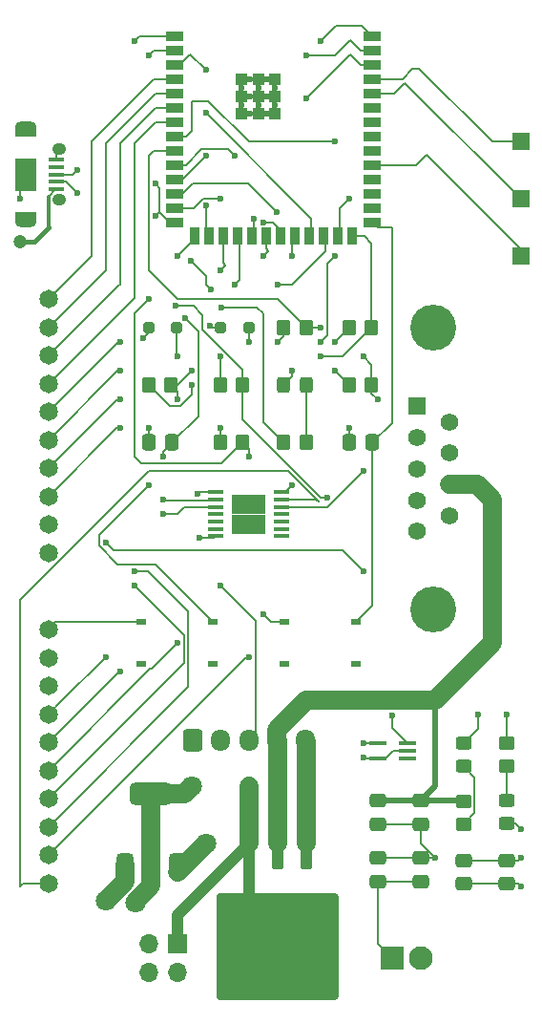
<source format=gbr>
%TF.GenerationSoftware,KiCad,Pcbnew,8.0.5*%
%TF.CreationDate,2024-10-10T20:32:43-06:00*%
%TF.ProjectId,PancakeCNCPCB,50616e63-616b-4654-934e-435043422e6b,rev?*%
%TF.SameCoordinates,Original*%
%TF.FileFunction,Copper,L1,Top*%
%TF.FilePolarity,Positive*%
%FSLAX46Y46*%
G04 Gerber Fmt 4.6, Leading zero omitted, Abs format (unit mm)*
G04 Created by KiCad (PCBNEW 8.0.5) date 2024-10-10 20:32:43*
%MOMM*%
%LPD*%
G01*
G04 APERTURE LIST*
G04 Aperture macros list*
%AMRoundRect*
0 Rectangle with rounded corners*
0 $1 Rounding radius*
0 $2 $3 $4 $5 $6 $7 $8 $9 X,Y pos of 4 corners*
0 Add a 4 corners polygon primitive as box body*
4,1,4,$2,$3,$4,$5,$6,$7,$8,$9,$2,$3,0*
0 Add four circle primitives for the rounded corners*
1,1,$1+$1,$2,$3*
1,1,$1+$1,$4,$5*
1,1,$1+$1,$6,$7*
1,1,$1+$1,$8,$9*
0 Add four rect primitives between the rounded corners*
20,1,$1+$1,$2,$3,$4,$5,0*
20,1,$1+$1,$4,$5,$6,$7,0*
20,1,$1+$1,$6,$7,$8,$9,0*
20,1,$1+$1,$8,$9,$2,$3,0*%
G04 Aperture macros list end*
%TA.AperFunction,SMDPad,CuDef*%
%ADD10R,1.500000X0.900000*%
%TD*%
%TA.AperFunction,SMDPad,CuDef*%
%ADD11R,0.900000X1.500000*%
%TD*%
%TA.AperFunction,SMDPad,CuDef*%
%ADD12R,1.000000X1.000000*%
%TD*%
%TA.AperFunction,ComponentPad*%
%ADD13C,0.600000*%
%TD*%
%TA.AperFunction,ComponentPad*%
%ADD14O,1.900000X1.000000*%
%TD*%
%TA.AperFunction,SMDPad,CuDef*%
%ADD15R,1.900000X0.875000*%
%TD*%
%TA.AperFunction,ComponentPad*%
%ADD16O,1.250000X1.050000*%
%TD*%
%TA.AperFunction,SMDPad,CuDef*%
%ADD17R,1.900000X2.900000*%
%TD*%
%TA.AperFunction,SMDPad,CuDef*%
%ADD18R,1.350000X0.400000*%
%TD*%
%TA.AperFunction,SMDPad,CuDef*%
%ADD19RoundRect,0.250000X-0.450000X0.350000X-0.450000X-0.350000X0.450000X-0.350000X0.450000X0.350000X0*%
%TD*%
%TA.AperFunction,SMDPad,CuDef*%
%ADD20R,0.952500X0.558800*%
%TD*%
%TA.AperFunction,SMDPad,CuDef*%
%ADD21RoundRect,0.250000X-0.450000X0.325000X-0.450000X-0.325000X0.450000X-0.325000X0.450000X0.325000X0*%
%TD*%
%TA.AperFunction,SMDPad,CuDef*%
%ADD22RoundRect,0.250000X-0.350000X-0.450000X0.350000X-0.450000X0.350000X0.450000X-0.350000X0.450000X0*%
%TD*%
%TA.AperFunction,SMDPad,CuDef*%
%ADD23R,1.500000X1.500000*%
%TD*%
%TA.AperFunction,SMDPad,CuDef*%
%ADD24RoundRect,0.250000X-0.300000X2.050000X-0.300000X-2.050000X0.300000X-2.050000X0.300000X2.050000X0*%
%TD*%
%TA.AperFunction,SMDPad,CuDef*%
%ADD25RoundRect,0.250000X-2.375000X2.025000X-2.375000X-2.025000X2.375000X-2.025000X2.375000X2.025000X0*%
%TD*%
%TA.AperFunction,SMDPad,CuDef*%
%ADD26RoundRect,0.250002X-5.149998X4.449998X-5.149998X-4.449998X5.149998X-4.449998X5.149998X4.449998X0*%
%TD*%
%TA.AperFunction,ComponentPad*%
%ADD27R,1.700000X1.700000*%
%TD*%
%TA.AperFunction,ComponentPad*%
%ADD28O,1.700000X1.700000*%
%TD*%
%TA.AperFunction,ComponentPad*%
%ADD29C,1.651000*%
%TD*%
%TA.AperFunction,SMDPad,CuDef*%
%ADD30RoundRect,0.250000X-0.325000X-0.450000X0.325000X-0.450000X0.325000X0.450000X-0.325000X0.450000X0*%
%TD*%
%TA.AperFunction,SMDPad,CuDef*%
%ADD31RoundRect,0.250000X-0.475000X0.337500X-0.475000X-0.337500X0.475000X-0.337500X0.475000X0.337500X0*%
%TD*%
%TA.AperFunction,ComponentPad*%
%ADD32R,1.575000X1.575000*%
%TD*%
%TA.AperFunction,ComponentPad*%
%ADD33C,1.575000*%
%TD*%
%TA.AperFunction,ComponentPad*%
%ADD34C,4.066000*%
%TD*%
%TA.AperFunction,SMDPad,CuDef*%
%ADD35RoundRect,0.250000X-0.337500X-0.475000X0.337500X-0.475000X0.337500X0.475000X-0.337500X0.475000X0*%
%TD*%
%TA.AperFunction,ComponentPad*%
%ADD36RoundRect,0.250000X-0.600000X-0.725000X0.600000X-0.725000X0.600000X0.725000X-0.600000X0.725000X0*%
%TD*%
%TA.AperFunction,ComponentPad*%
%ADD37O,1.700000X1.950000*%
%TD*%
%TA.AperFunction,SMDPad,CuDef*%
%ADD38RoundRect,0.375000X0.375000X-0.625000X0.375000X0.625000X-0.375000X0.625000X-0.375000X-0.625000X0*%
%TD*%
%TA.AperFunction,SMDPad,CuDef*%
%ADD39RoundRect,0.500000X1.400000X-0.500000X1.400000X0.500000X-1.400000X0.500000X-1.400000X-0.500000X0*%
%TD*%
%TA.AperFunction,ComponentPad*%
%ADD40R,2.100000X2.100000*%
%TD*%
%TA.AperFunction,ComponentPad*%
%ADD41C,2.100000*%
%TD*%
%TA.AperFunction,SMDPad,CuDef*%
%ADD42RoundRect,0.250000X0.475000X-0.337500X0.475000X0.337500X-0.475000X0.337500X-0.475000X-0.337500X0*%
%TD*%
%TA.AperFunction,SMDPad,CuDef*%
%ADD43RoundRect,0.250000X0.250000X0.250000X-0.250000X0.250000X-0.250000X-0.250000X0.250000X-0.250000X0*%
%TD*%
%TA.AperFunction,SMDPad,CuDef*%
%ADD44R,1.450000X0.450000*%
%TD*%
%TA.AperFunction,SMDPad,CuDef*%
%ADD45R,1.500000X1.800000*%
%TD*%
%TA.AperFunction,SMDPad,CuDef*%
%ADD46RoundRect,0.250000X0.450000X-0.325000X0.450000X0.325000X-0.450000X0.325000X-0.450000X-0.325000X0*%
%TD*%
%TA.AperFunction,SMDPad,CuDef*%
%ADD47RoundRect,0.250000X-0.250000X-0.250000X0.250000X-0.250000X0.250000X0.250000X-0.250000X0.250000X0*%
%TD*%
%TA.AperFunction,SMDPad,CuDef*%
%ADD48RoundRect,0.100000X0.650000X0.100000X-0.650000X0.100000X-0.650000X-0.100000X0.650000X-0.100000X0*%
%TD*%
%TA.AperFunction,ViaPad*%
%ADD49C,1.800000*%
%TD*%
%TA.AperFunction,ViaPad*%
%ADD50C,0.600000*%
%TD*%
%TA.AperFunction,ViaPad*%
%ADD51C,1.200000*%
%TD*%
%TA.AperFunction,Conductor*%
%ADD52C,0.200000*%
%TD*%
%TA.AperFunction,Conductor*%
%ADD53C,0.300000*%
%TD*%
%TA.AperFunction,Conductor*%
%ADD54C,0.400000*%
%TD*%
%TA.AperFunction,Conductor*%
%ADD55C,1.700000*%
%TD*%
%TA.AperFunction,Conductor*%
%ADD56C,1.000000*%
%TD*%
%TA.AperFunction,Conductor*%
%ADD57C,0.500000*%
%TD*%
G04 APERTURE END LIST*
D10*
%TO.P,U2,1,GND*%
%TO.N,GND*%
X44250000Y-47990000D03*
%TO.P,U2,2,3V3*%
%TO.N,+3.3V*%
X44250000Y-49260000D03*
%TO.P,U2,3,EN*%
%TO.N,Net-(SW1A-D)*%
X44250000Y-50530000D03*
%TO.P,U2,4,IO4*%
%TO.N,Net-(J4-Pin_1)*%
X44250000Y-51800000D03*
%TO.P,U2,5,IO5*%
%TO.N,Net-(J4-Pin_2)*%
X44250000Y-53070000D03*
%TO.P,U2,6,IO6*%
%TO.N,Net-(J4-Pin_3)*%
X44250000Y-54340000D03*
%TO.P,U2,7,IO7*%
%TO.N,Net-(J4-Pin_4)*%
X44250000Y-55610000D03*
%TO.P,U2,8,IO15*%
%TO.N,Net-(U2-IO15)*%
X44250000Y-56880000D03*
%TO.P,U2,9,IO16*%
%TO.N,Net-(U2-IO16)*%
X44250000Y-58150000D03*
%TO.P,U2,10,IO17*%
%TO.N,Net-(U2-IO17)*%
X44250000Y-59420000D03*
%TO.P,U2,11,IO18*%
%TO.N,Net-(J6-Pin_3)*%
X44250000Y-60690000D03*
%TO.P,U2,12,IO8*%
%TO.N,Net-(J4-Pin_5)*%
X44250000Y-61960000D03*
%TO.P,U2,13,USB_D-/IO19*%
%TO.N,Net-(D3-A1)*%
X44250000Y-63230000D03*
%TO.P,U2,14,USB_D+/IO20*%
%TO.N,Net-(D4-A2)*%
X44250000Y-64500000D03*
D11*
%TO.P,U2,15,IO3*%
%TO.N,Net-(U2-IO3)*%
X46015000Y-65750000D03*
%TO.P,U2,16,IO46*%
%TO.N,Net-(J5-Pin_7)*%
X47285000Y-65750000D03*
%TO.P,U2,17,IO9*%
%TO.N,Net-(J4-Pin_6)*%
X48555000Y-65750000D03*
%TO.P,U2,18,IO10*%
%TO.N,Net-(J4-Pin_7)*%
X49825000Y-65750000D03*
%TO.P,U2,19,IO11*%
%TO.N,Net-(J6-Pin_1)*%
X51095000Y-65750000D03*
%TO.P,U2,20,IO12*%
%TO.N,Net-(U2-IO12)*%
X52365000Y-65750000D03*
%TO.P,U2,21,IO13*%
%TO.N,Net-(J6-Pin_2)*%
X53635000Y-65750000D03*
%TO.P,U2,22,IO14*%
%TO.N,Net-(J4-Pin_8)*%
X54905000Y-65750000D03*
%TO.P,U2,23,IO21*%
%TO.N,Net-(U2-IO21)*%
X56175000Y-65750000D03*
%TO.P,U2,24,IO47*%
%TO.N,Net-(J5-Pin_8)*%
X57445000Y-65750000D03*
%TO.P,U2,25,IO48*%
%TO.N,Net-(J5-Pin_9)*%
X58715000Y-65750000D03*
%TO.P,U2,26,IO45*%
%TO.N,Net-(J5-Pin_6)*%
X59985000Y-65750000D03*
D10*
%TO.P,U2,27,IO0*%
%TO.N,Net-(SW2A-D)*%
X61750000Y-64500000D03*
%TO.P,U2,28,NC*%
%TO.N,unconnected-(U2-NC-Pad28)*%
X61750000Y-63230000D03*
%TO.P,U2,29,NC*%
%TO.N,unconnected-(U2-NC-Pad29)*%
X61750000Y-61960000D03*
%TO.P,U2,30,NC*%
%TO.N,unconnected-(U2-NC-Pad30)*%
X61750000Y-60690000D03*
%TO.P,U2,31,IO38*%
%TO.N,Net-(U2-IO38)*%
X61750000Y-59420000D03*
%TO.P,U2,32,MTCK/IO39*%
%TO.N,unconnected-(U2-MTCK{slash}IO39-Pad32)*%
X61750000Y-58150000D03*
%TO.P,U2,33,MTDO/IO40*%
%TO.N,unconnected-(U2-MTDO{slash}IO40-Pad33)*%
X61750000Y-56880000D03*
%TO.P,U2,34,MTDI/IO41*%
%TO.N,unconnected-(U2-MTDI{slash}IO41-Pad34)*%
X61750000Y-55610000D03*
%TO.P,U2,35,MTMS/IO42*%
%TO.N,unconnected-(U2-MTMS{slash}IO42-Pad35)*%
X61750000Y-54340000D03*
%TO.P,U2,36,RXD0/IO44*%
%TO.N,Net-(U2-RXD0{slash}IO44)*%
X61750000Y-53070000D03*
%TO.P,U2,37,TXD0/IO43*%
%TO.N,Net-(U2-TXD0{slash}IO43)*%
X61750000Y-51800000D03*
%TO.P,U2,38,IO2*%
%TO.N,Net-(J5-Pin_5)*%
X61750000Y-50530000D03*
%TO.P,U2,39,IO1*%
%TO.N,Net-(J5-Pin_4)*%
X61750000Y-49260000D03*
%TO.P,U2,40,GND*%
%TO.N,GND*%
X61750000Y-47990000D03*
D12*
%TO.P,U2,41,GND*%
X50140000Y-51840000D03*
D13*
X50140000Y-52590000D03*
D12*
X50140000Y-53340000D03*
D13*
X50140000Y-54090000D03*
D12*
X50140000Y-54840000D03*
D13*
X50890000Y-51840000D03*
X50890000Y-53340000D03*
X50890000Y-54840000D03*
D12*
X51640000Y-51840000D03*
D13*
X51640000Y-52590000D03*
D12*
X51640000Y-53340000D03*
D13*
X51640000Y-54090000D03*
D12*
X51640000Y-54840000D03*
D13*
X52390000Y-51840000D03*
X52390000Y-53340000D03*
X52390000Y-54840000D03*
D12*
X53140000Y-51840000D03*
D13*
X53140000Y-52590000D03*
D12*
X53140000Y-53340000D03*
D13*
X53140000Y-54090000D03*
D12*
X53140000Y-54840000D03*
%TD*%
D14*
%TO.P,J1,6,Shield*%
%TO.N,GND*%
X31000000Y-64430000D03*
D15*
X31000000Y-63992500D03*
D16*
X34000000Y-62480000D03*
D17*
X31000000Y-60255000D03*
D16*
X34000000Y-58030000D03*
D15*
X31000000Y-56517500D03*
D14*
X31000000Y-56080000D03*
D18*
%TO.P,J1,5,GND*%
X33675000Y-58955000D03*
%TO.P,J1,4,ID*%
%TO.N,unconnected-(J1-ID-Pad4)*%
X33675000Y-59605000D03*
%TO.P,J1,3,D+*%
%TO.N,Net-(D4-A2)*%
X33675000Y-60255000D03*
%TO.P,J1,2,D-*%
%TO.N,Net-(D3-A1)*%
X33675000Y-60905000D03*
%TO.P,J1,1,VBUS*%
%TO.N,VBUS*%
X33675000Y-61555000D03*
%TD*%
D19*
%TO.P,R2,1*%
%TO.N,+3.3V*%
X73640000Y-110690000D03*
%TO.P,R2,2*%
%TO.N,Net-(D2-A)*%
X73640000Y-112690000D03*
%TD*%
D20*
%TO.P,SW1,1,C*%
%TO.N,GND*%
X41248650Y-99945800D03*
%TO.P,SW1,2,D*%
%TO.N,Net-(SW1A-D)*%
X47611350Y-99945800D03*
%TO.P,SW1,3*%
%TO.N,N/C*%
X41248650Y-103654200D03*
%TO.P,SW1,4*%
X47611350Y-103654200D03*
%TD*%
D21*
%TO.P,D1,1,K*%
%TO.N,GND*%
X69830000Y-110690000D03*
%TO.P,D1,2,A*%
%TO.N,Net-(D1-A)*%
X69830000Y-112740000D03*
%TD*%
D22*
%TO.P,R8,1*%
%TO.N,+3.3V*%
X41910000Y-78940000D03*
%TO.P,R8,2*%
%TO.N,Net-(J5-Pin_8)*%
X43910000Y-78940000D03*
%TD*%
%TO.P,R9,1*%
%TO.N,+3.3V*%
X48260000Y-84020000D03*
%TO.P,R9,2*%
%TO.N,Net-(J5-Pin_7)*%
X50260000Y-84020000D03*
%TD*%
D23*
%TO.P,TP2,1,1*%
%TO.N,Net-(U2-TXD0{slash}IO43)*%
X74910000Y-57350000D03*
%TD*%
D24*
%TO.P,U3,1,GND*%
%TO.N,GND*%
X55860000Y-119550000D03*
%TO.P,U3,2,VO*%
%TO.N,+5V*%
X53320000Y-119550000D03*
D25*
%TO.N,+12V*%
X56095000Y-126275000D03*
X50545000Y-126275000D03*
D26*
X53320000Y-128700000D03*
D25*
X56095000Y-131125000D03*
X50545000Y-131125000D03*
D24*
%TO.P,U3,3,VI*%
X50780000Y-119550000D03*
%TD*%
D27*
%TO.P,J7,1,Pin_a1*%
%TO.N,+12V*%
X44430000Y-128470000D03*
D28*
%TO.P,J7,2,Pin_a2*%
%TO.N,VBUS*%
X41890000Y-128470000D03*
%TO.P,J7,3,Pin_b2*%
%TO.N,Net-(J7-Pin_b1)*%
X44430000Y-131010000D03*
%TO.P,J7,4,Pin_b1*%
X41890000Y-131010000D03*
%TD*%
D29*
%TO.P,J4,1,Pin_1*%
%TO.N,Net-(J4-Pin_1)*%
X33000000Y-71320000D03*
%TO.P,J4,2,Pin_2*%
%TO.N,Net-(J4-Pin_2)*%
X33000000Y-73820000D03*
%TO.P,J4,3,Pin_3*%
%TO.N,Net-(J4-Pin_3)*%
X33000000Y-76320000D03*
%TO.P,J4,4,Pin_4*%
%TO.N,Net-(J4-Pin_4)*%
X33000000Y-78820000D03*
%TO.P,J4,5,Pin_5*%
%TO.N,Net-(J4-Pin_5)*%
X33000000Y-81320000D03*
%TO.P,J4,6,Pin_6*%
%TO.N,Net-(J4-Pin_6)*%
X33000000Y-83820000D03*
%TO.P,J4,7,Pin_7*%
%TO.N,Net-(J4-Pin_7)*%
X33000000Y-86320000D03*
%TO.P,J4,8,Pin_8*%
%TO.N,Net-(J4-Pin_8)*%
X33000000Y-88820000D03*
%TO.P,J4,9,Pin_9*%
%TO.N,+3.3V*%
X33000000Y-91320000D03*
%TO.P,J4,10,Pin_10*%
%TO.N,GND*%
X33000000Y-93820000D03*
%TD*%
D30*
%TO.P,D5,1,K*%
%TO.N,GND*%
X53830000Y-78940000D03*
%TO.P,D5,2,A*%
%TO.N,Net-(D5-A)*%
X55880000Y-78940000D03*
%TD*%
D23*
%TO.P,TP1,1,1*%
%TO.N,Net-(U2-RXD0{slash}IO44)*%
X74910000Y-62430000D03*
%TD*%
D31*
%TO.P,C8,1*%
%TO.N,+3.3V*%
X69830000Y-121082500D03*
%TO.P,C8,2*%
%TO.N,GND*%
X69830000Y-123157500D03*
%TD*%
D29*
%TO.P,J5,10,Pin_10*%
%TO.N,Net-(J5-Pin_10)*%
X33000000Y-123110000D03*
%TO.P,J5,9,Pin_9*%
%TO.N,Net-(J5-Pin_9)*%
X33000000Y-120610000D03*
%TO.P,J5,8,Pin_8*%
%TO.N,Net-(J5-Pin_8)*%
X33000000Y-118110000D03*
%TO.P,J5,7,Pin_7*%
%TO.N,Net-(J5-Pin_7)*%
X33000000Y-115610000D03*
%TO.P,J5,6,Pin_6*%
%TO.N,Net-(J5-Pin_6)*%
X33000000Y-113110000D03*
%TO.P,J5,5,Pin_5*%
%TO.N,Net-(J5-Pin_5)*%
X33000000Y-110610000D03*
%TO.P,J5,4,Pin_4*%
%TO.N,Net-(J5-Pin_4)*%
X33000000Y-108110000D03*
%TO.P,J5,3,Pin_3*%
%TO.N,+5V*%
X33000000Y-105610000D03*
%TO.P,J5,2,Pin_2*%
%TO.N,+3.3V*%
X33000000Y-103110000D03*
%TO.P,J5,1,Pin_1*%
%TO.N,GND*%
X33000000Y-100610000D03*
%TD*%
D31*
%TO.P,C3,1*%
%TO.N,+5V*%
X66020000Y-115770000D03*
%TO.P,C3,2*%
%TO.N,GND*%
X66020000Y-117845000D03*
%TD*%
D32*
%TO.P,J2,1,1*%
%TO.N,Net-(U2-IO15)*%
X65727500Y-80815000D03*
D33*
%TO.P,J2,2,2*%
%TO.N,GND*%
X65727500Y-83585000D03*
%TO.P,J2,3,3*%
%TO.N,Net-(U2-IO16)*%
X65727500Y-86355000D03*
%TO.P,J2,4,4*%
%TO.N,GND*%
X65727500Y-89125000D03*
%TO.P,J2,5,5*%
%TO.N,unconnected-(J2-Pad5)*%
X65727500Y-91895000D03*
%TO.P,J2,6,6*%
%TO.N,unconnected-(J2-Pad6)*%
X68567500Y-82200000D03*
%TO.P,J2,7,7*%
%TO.N,Net-(U6-B2)*%
X68567500Y-84970000D03*
%TO.P,J2,8,8*%
%TO.N,+5V*%
X68567500Y-87740000D03*
%TO.P,J2,9,9*%
%TO.N,GND*%
X68567500Y-90510000D03*
D34*
%TO.P,J2,S1*%
%TO.N,N/C*%
X67147500Y-98850000D03*
%TO.P,J2,S2*%
X67147500Y-73860000D03*
%TD*%
D35*
%TO.P,C1,1*%
%TO.N,GND*%
X41910000Y-84020000D03*
%TO.P,C1,2*%
%TO.N,Net-(SW1A-D)*%
X43985000Y-84020000D03*
%TD*%
D22*
%TO.P,R7,1*%
%TO.N,+3.3V*%
X48260000Y-78940000D03*
%TO.P,R7,2*%
%TO.N,Net-(J5-Pin_9)*%
X50260000Y-78940000D03*
%TD*%
D35*
%TO.P,C2,1*%
%TO.N,GND*%
X59690000Y-84020000D03*
%TO.P,C2,2*%
%TO.N,Net-(SW2A-D)*%
X61765000Y-84020000D03*
%TD*%
D31*
%TO.P,C4,1*%
%TO.N,+5V*%
X62210000Y-115770000D03*
%TO.P,C4,2*%
%TO.N,GND*%
X62210000Y-117845000D03*
%TD*%
D36*
%TO.P,J6,1,Pin_1*%
%TO.N,Net-(J6-Pin_1)*%
X45780000Y-110390000D03*
D37*
%TO.P,J6,2,Pin_2*%
%TO.N,Net-(J6-Pin_2)*%
X48280000Y-110390000D03*
%TO.P,J6,3,Pin_3*%
%TO.N,Net-(J6-Pin_3)*%
X50780000Y-110390000D03*
%TO.P,J6,4,Pin_4*%
%TO.N,+5V*%
X53280000Y-110390000D03*
%TO.P,J6,5,Pin_5*%
%TO.N,GND*%
X55780000Y-110390000D03*
%TD*%
D38*
%TO.P,U1,1,GND*%
%TO.N,GND*%
X39830000Y-121460000D03*
%TO.P,U1,2,VO*%
%TO.N,+3.3V*%
X42130000Y-121460000D03*
D39*
X42130000Y-115160000D03*
D38*
%TO.P,U1,3,VI*%
%TO.N,Net-(J7-Pin_b1)*%
X44430000Y-121460000D03*
%TD*%
D20*
%TO.P,SW2,1,C*%
%TO.N,GND*%
X53948650Y-99945800D03*
%TO.P,SW2,2,D*%
%TO.N,Net-(SW2A-D)*%
X60311350Y-99945800D03*
%TO.P,SW2,3*%
%TO.N,N/C*%
X53948650Y-103654200D03*
%TO.P,SW2,4*%
X60311350Y-103654200D03*
%TD*%
D23*
%TO.P,TP3,1,1*%
%TO.N,Net-(U2-IO38)*%
X74910000Y-67510000D03*
%TD*%
D19*
%TO.P,R1,1*%
%TO.N,+5V*%
X69830000Y-115845000D03*
%TO.P,R1,2*%
%TO.N,Net-(D1-A)*%
X69830000Y-117845000D03*
%TD*%
D22*
%TO.P,R6,1*%
%TO.N,+3.3V*%
X59690000Y-73860000D03*
%TO.P,R6,2*%
%TO.N,Net-(J5-Pin_6)*%
X61690000Y-73860000D03*
%TD*%
D40*
%TO.P,J3,1,Pin_1*%
%TO.N,+12V*%
X63480000Y-129740000D03*
D41*
%TO.P,J3,2,Pin_2*%
%TO.N,GND*%
X66020000Y-129740000D03*
%TD*%
D42*
%TO.P,C5,1*%
%TO.N,+12V*%
X62210000Y-122925000D03*
%TO.P,C5,2*%
%TO.N,GND*%
X62210000Y-120850000D03*
%TD*%
D22*
%TO.P,R4,1*%
%TO.N,+3.3V*%
X53880000Y-73860000D03*
%TO.P,R4,2*%
%TO.N,Net-(U2-IO16)*%
X55880000Y-73860000D03*
%TD*%
D43*
%TO.P,D4,1,A1*%
%TO.N,GND*%
X44410000Y-73860000D03*
%TO.P,D4,2,A2*%
%TO.N,Net-(D4-A2)*%
X41910000Y-73860000D03*
%TD*%
D44*
%TO.P,U6,1,refA*%
%TO.N,+3.3V*%
X47830000Y-88420000D03*
%TO.P,U6,2,A1*%
%TO.N,Net-(U2-IO12)*%
X47830000Y-89070000D03*
%TO.P,U6,3,A2*%
%TO.N,Net-(U2-IO21)*%
X47830000Y-89720000D03*
%TO.P,U6,4,A3*%
%TO.N,unconnected-(U6-A3-Pad4)*%
X47830000Y-90370000D03*
%TO.P,U6,5,A4*%
%TO.N,unconnected-(U6-A4-Pad5)*%
X47830000Y-91020000D03*
%TO.P,U6,6,nc*%
%TO.N,unconnected-(U6-nc-Pad6)*%
X47830000Y-91670000D03*
%TO.P,U6,7,GND*%
%TO.N,GND*%
X47830000Y-92320000D03*
%TO.P,U6,8,EN*%
%TO.N,unconnected-(U6-EN-Pad8)*%
X53730000Y-92320000D03*
%TO.P,U6,9,nc*%
%TO.N,unconnected-(U6-nc-Pad9)*%
X53730000Y-91670000D03*
%TO.P,U6,10,B4*%
%TO.N,unconnected-(U6-B4-Pad10)*%
X53730000Y-91020000D03*
%TO.P,U6,11,B3*%
%TO.N,unconnected-(U6-B3-Pad11)*%
X53730000Y-90370000D03*
%TO.P,U6,12,B2*%
%TO.N,Net-(U6-B2)*%
X53730000Y-89720000D03*
%TO.P,U6,13,B1*%
%TO.N,Net-(J5-Pin_10)*%
X53730000Y-89070000D03*
%TO.P,U6,14,refB*%
%TO.N,+5V*%
X53730000Y-88420000D03*
D45*
%TO.P,U6,15*%
%TO.N,N/C*%
X50030000Y-89470000D03*
X50030000Y-91270000D03*
X51530000Y-89470000D03*
X51530000Y-91270000D03*
%TD*%
D46*
%TO.P,D2,1,K*%
%TO.N,GND*%
X73640000Y-117820000D03*
%TO.P,D2,2,A*%
%TO.N,Net-(D2-A)*%
X73640000Y-115770000D03*
%TD*%
D42*
%TO.P,C6,1*%
%TO.N,+12V*%
X66020000Y-122925000D03*
%TO.P,C6,2*%
%TO.N,GND*%
X66020000Y-120850000D03*
%TD*%
D47*
%TO.P,D3,1,A1*%
%TO.N,Net-(D3-A1)*%
X48280000Y-73860000D03*
%TO.P,D3,2,A2*%
%TO.N,GND*%
X50780000Y-73860000D03*
%TD*%
D48*
%TO.P,U5,1,NC*%
%TO.N,unconnected-(U5-NC-Pad1)*%
X64870000Y-111990000D03*
%TO.P,U5,2,GND*%
%TO.N,GND*%
X64870000Y-111340000D03*
%TO.P,U5,3,V_{OUT}*%
%TO.N,Net-(U2-IO3)*%
X64870000Y-110690000D03*
%TO.P,U5,4,V_{DD}*%
%TO.N,+3.3V*%
X62210000Y-110690000D03*
%TO.P,U5,5,GND*%
%TO.N,GND*%
X62210000Y-111990000D03*
%TD*%
D22*
%TO.P,R3,1*%
%TO.N,+3.3V*%
X59690000Y-78940000D03*
%TO.P,R3,2*%
%TO.N,Net-(U2-IO15)*%
X61690000Y-78940000D03*
%TD*%
D31*
%TO.P,C7,1*%
%TO.N,+3.3V*%
X73640000Y-121082500D03*
%TO.P,C7,2*%
%TO.N,GND*%
X73640000Y-123157500D03*
%TD*%
D22*
%TO.P,R5,1*%
%TO.N,Net-(U2-IO17)*%
X53880000Y-84020000D03*
%TO.P,R5,2*%
%TO.N,Net-(D5-A)*%
X55880000Y-84020000D03*
%TD*%
D49*
%TO.N,+3.3V*%
X45700000Y-114500000D03*
D50*
%TO.N,Net-(D4-A2)*%
X42490000Y-61096857D03*
X35540000Y-59890000D03*
%TO.N,GND*%
X57130000Y-48460000D03*
X40620000Y-48460000D03*
%TO.N,+3.3V*%
X41890000Y-49730000D03*
%TO.N,Net-(D3-A1)*%
X47300000Y-73646471D03*
%TO.N,Net-(D4-A2)*%
X42490000Y-63935834D03*
X41410616Y-74760854D03*
%TO.N,Net-(J5-Pin_9)*%
X59670000Y-62430000D03*
X44272510Y-71898961D03*
%TO.N,Net-(J5-Pin_7)*%
X46970000Y-63030000D03*
X41890000Y-71320000D03*
%TO.N,Net-(U2-IO15)*%
X60940000Y-76400000D03*
X57130000Y-75130000D03*
X58400000Y-67510000D03*
X58400000Y-57350000D03*
%TO.N,Net-(U2-IO16)*%
X57130000Y-73860000D03*
%TO.N,Net-(U2-IO15)*%
X62210000Y-80210000D03*
%TO.N,Net-(U2-IO17)*%
X49510000Y-58620000D03*
X48364265Y-72044265D03*
%TO.N,Net-(SW1A-D)*%
X46970000Y-51000000D03*
X45123909Y-73018016D03*
X47394265Y-70474265D03*
X45630000Y-67908446D03*
%TO.N,+5V*%
X54590000Y-87830000D03*
%TO.N,Net-(U6-B2)*%
X60940000Y-86560000D03*
%TO.N,Net-(U2-IO21)*%
X43160000Y-90370000D03*
X46970000Y-54810000D03*
%TO.N,Net-(U2-IO12)*%
X52050000Y-67510000D03*
X43160000Y-89100000D03*
%TO.N,Net-(J6-Pin_3)*%
X46970000Y-58620000D03*
X48240000Y-96720000D03*
%TO.N,Net-(J6-Pin_2)*%
X52050000Y-64499998D03*
%TO.N,Net-(J6-Pin_1)*%
X51233620Y-64176418D03*
%TO.N,Net-(SW1A-D)*%
X43160000Y-85290000D03*
X41890000Y-87830000D03*
%TO.N,Net-(U2-IO3)*%
X44430000Y-67510000D03*
X63480000Y-108230000D03*
X38080000Y-92910000D03*
X60940000Y-95450000D03*
%TO.N,Net-(J5-Pin_9)*%
X57730000Y-88870389D03*
X50780000Y-103070000D03*
%TO.N,Net-(J5-Pin_8)*%
X44430000Y-80210000D03*
X40630243Y-95439756D03*
%TO.N,Net-(J5-Pin_7)*%
X50780000Y-85290000D03*
X40620000Y-96720000D03*
%TO.N,Net-(J5-Pin_6)*%
X44430000Y-101800000D03*
X57130000Y-76400000D03*
%TO.N,Net-(J5-Pin_5)*%
X55860000Y-53540000D03*
X39350000Y-104340000D03*
D49*
%TO.N,GND*%
X38080000Y-124660000D03*
%TO.N,Net-(J7-Pin_b1)*%
X46970000Y-119580000D03*
%TO.N,+3.3V*%
X40728859Y-124768859D03*
D50*
%TO.N,GND*%
X74910000Y-118310000D03*
%TO.N,+3.3V*%
X60940000Y-110690000D03*
%TO.N,GND*%
X60940000Y-111960000D03*
%TO.N,+3.3V*%
X73640000Y-108150000D03*
%TO.N,GND*%
X71100000Y-108150000D03*
X67290000Y-120850000D03*
X74910000Y-123390000D03*
%TO.N,+3.3V*%
X74910000Y-120850000D03*
D51*
%TO.N,+12V*%
X50780000Y-114500000D03*
D50*
%TO.N,GND*%
X52050000Y-99260000D03*
X44430000Y-76400000D03*
X46386762Y-92430021D03*
%TO.N,+3.3V*%
X46235542Y-88563124D03*
%TO.N,GND*%
X30460000Y-62430000D03*
X41890000Y-82750000D03*
%TO.N,+3.3V*%
X48240000Y-82750000D03*
%TO.N,GND*%
X59670000Y-82750000D03*
X50780000Y-75130000D03*
%TO.N,+3.3V*%
X58400000Y-77670000D03*
X58400000Y-75130000D03*
%TO.N,GND*%
X54590000Y-77670000D03*
%TO.N,+3.3V*%
X53320000Y-75130000D03*
X48240000Y-76400000D03*
X45700000Y-78940000D03*
%TO.N,Net-(J4-Pin_8)*%
X54590000Y-67510000D03*
X39350000Y-82750000D03*
%TO.N,Net-(J4-Pin_5)*%
X53308185Y-63576418D03*
X39350000Y-75130000D03*
%TO.N,Net-(J4-Pin_6)*%
X39350000Y-77670000D03*
X48240000Y-68780000D03*
%TO.N,Net-(J4-Pin_7)*%
X49510000Y-70050000D03*
X39350000Y-80210000D03*
%TO.N,Net-(D3-A1)*%
X35540000Y-61895000D03*
X48240000Y-62430000D03*
D51*
%TO.N,VBUS*%
X30460000Y-66240000D03*
D50*
%TO.N,Net-(J5-Pin_8)*%
X45700000Y-77670000D03*
X53320000Y-70050000D03*
%TO.N,Net-(J5-Pin_4)*%
X55860000Y-49730000D03*
X38080000Y-103070000D03*
%TD*%
D52*
%TO.N,VBUS*%
X33675000Y-61555000D02*
X33658274Y-61555000D01*
X33658274Y-61555000D02*
X33000000Y-62213274D01*
D53*
X33000000Y-62213274D02*
X33000000Y-64970000D01*
D54*
X31730000Y-66240000D02*
X30460000Y-66240000D01*
X33000000Y-64970000D02*
X31730000Y-66240000D01*
D52*
%TO.N,+3.3V*%
X73640000Y-110690000D02*
X73640000Y-108150000D01*
%TO.N,GND*%
X69830000Y-110690000D02*
X71100000Y-109420000D01*
X71100000Y-109420000D02*
X71100000Y-108150000D01*
%TO.N,Net-(J5-Pin_8)*%
X53320000Y-70050000D02*
X54590000Y-70050000D01*
X54590000Y-70050000D02*
X57615770Y-67024230D01*
X57615770Y-67024230D02*
X57615770Y-65754230D01*
%TO.N,Net-(U2-IO15)*%
X45700000Y-56380000D02*
X45700000Y-53750736D01*
X45700000Y-53750736D02*
X47180736Y-53750736D01*
X50780000Y-57350000D02*
X58400000Y-57350000D01*
X47180736Y-53750736D02*
X50780000Y-57350000D01*
X45200000Y-56880000D02*
X45700000Y-56380000D01*
X44250000Y-56880000D02*
X45200000Y-56880000D01*
%TO.N,Net-(J5-Pin_4)*%
X55860000Y-49730000D02*
X58400000Y-49730000D01*
X59795849Y-48334151D02*
X60721698Y-49260000D01*
X58400000Y-49730000D02*
X59795849Y-48334151D01*
X60721698Y-49260000D02*
X61750000Y-49260000D01*
%TO.N,GND*%
X40620000Y-48460000D02*
X41090000Y-47990000D01*
X41090000Y-47990000D02*
X44250000Y-47990000D01*
%TO.N,+3.3V*%
X41890000Y-49730000D02*
X42360000Y-49260000D01*
X42360000Y-49260000D02*
X44250000Y-49260000D01*
%TO.N,Net-(SW1A-D)*%
X45574151Y-49604151D02*
X44648302Y-50530000D01*
X44648302Y-50530000D02*
X44250000Y-50530000D01*
%TO.N,Net-(J4-Pin_1)*%
X36810000Y-57350000D02*
X42360000Y-51800000D01*
X42360000Y-51800000D02*
X44250000Y-51800000D01*
%TO.N,Net-(J4-Pin_2)*%
X38080000Y-57534921D02*
X42544921Y-53070000D01*
X42544921Y-53070000D02*
X44250000Y-53070000D01*
%TO.N,Net-(J4-Pin_3)*%
X39350000Y-57534921D02*
X42544921Y-54340000D01*
X42544921Y-54340000D02*
X44250000Y-54340000D01*
%TO.N,Net-(J4-Pin_4)*%
X40620000Y-57534921D02*
X42544921Y-55610000D01*
X42544921Y-55610000D02*
X44250000Y-55610000D01*
%TO.N,Net-(J6-Pin_3)*%
X46970000Y-58620000D02*
X44900000Y-60690000D01*
X44900000Y-60690000D02*
X44250000Y-60690000D01*
%TO.N,Net-(U2-IO17)*%
X48910000Y-58020000D02*
X46600000Y-58020000D01*
X46600000Y-58020000D02*
X45200000Y-59420000D01*
X45200000Y-59420000D02*
X44250000Y-59420000D01*
%TO.N,Net-(U2-IO16)*%
X41890000Y-58620000D02*
X42360000Y-58150000D01*
X42360000Y-58150000D02*
X44250000Y-58150000D01*
%TO.N,Net-(J4-Pin_5)*%
X53308185Y-63576418D02*
X50765918Y-61034151D01*
X50765918Y-61034151D02*
X45825849Y-61034151D01*
X45825849Y-61034151D02*
X44900000Y-61960000D01*
X44900000Y-61960000D02*
X44250000Y-61960000D01*
%TO.N,Net-(D3-A1)*%
X44250000Y-63230000D02*
X45921471Y-63230000D01*
X45921471Y-63230000D02*
X46721471Y-62430000D01*
X46721471Y-62430000D02*
X48240000Y-62430000D01*
%TO.N,Net-(D4-A2)*%
X42851683Y-63574151D02*
X42851683Y-61458540D01*
X42851683Y-61458540D02*
X42490000Y-61096857D01*
X42851683Y-63574151D02*
X43777532Y-64500000D01*
X43777532Y-64500000D02*
X44250000Y-64500000D01*
%TO.N,Net-(SW2A-D)*%
X63480000Y-64970000D02*
X62220000Y-64970000D01*
X62220000Y-64970000D02*
X61750000Y-64500000D01*
X61765000Y-84020000D02*
X63480000Y-82305000D01*
X63480000Y-82305000D02*
X63480000Y-64970000D01*
%TO.N,Net-(J5-Pin_5)*%
X59795849Y-49604151D02*
X60721698Y-50530000D01*
X60721698Y-50530000D02*
X61750000Y-50530000D01*
%TO.N,GND*%
X58525849Y-47064151D02*
X60824151Y-47064151D01*
X60824151Y-47064151D02*
X61750000Y-47990000D01*
%TO.N,Net-(U2-TXD0{slash}IO43)*%
X65894151Y-50874151D02*
X65328465Y-50874151D01*
X65328465Y-50874151D02*
X64402616Y-51800000D01*
X64402616Y-51800000D02*
X61750000Y-51800000D01*
%TO.N,Net-(U2-RXD0{slash}IO44)*%
X64624151Y-52144151D02*
X63698302Y-53070000D01*
X63698302Y-53070000D02*
X61750000Y-53070000D01*
%TO.N,Net-(U2-IO38)*%
X66529151Y-58494151D02*
X65603302Y-59420000D01*
X65603302Y-59420000D02*
X61750000Y-59420000D01*
%TO.N,Net-(J6-Pin_2)*%
X52050000Y-64499998D02*
X52914998Y-64499998D01*
X52914998Y-64499998D02*
X53805770Y-65390770D01*
X53805770Y-65390770D02*
X53805770Y-65579230D01*
%TO.N,Net-(J5-Pin_6)*%
X61690000Y-66358381D02*
X61081619Y-65750000D01*
X61081619Y-65750000D02*
X59985000Y-65750000D01*
%TO.N,Net-(J5-Pin_9)*%
X59670000Y-62430000D02*
X58885770Y-63214230D01*
X58885770Y-63214230D02*
X58885770Y-65579230D01*
X58885770Y-65579230D02*
X58715000Y-65750000D01*
%TO.N,Net-(U2-IO21)*%
X46970000Y-54810000D02*
X56345770Y-64185770D01*
X56345770Y-65579230D02*
X56175000Y-65750000D01*
X56345770Y-64185770D02*
X56345770Y-65579230D01*
%TO.N,Net-(J4-Pin_8)*%
X54590000Y-67510000D02*
X54590000Y-66065000D01*
X54590000Y-66065000D02*
X54905000Y-65750000D01*
%TO.N,Net-(U2-IO12)*%
X52535770Y-67024230D02*
X52365000Y-66853460D01*
X52365000Y-66853460D02*
X52365000Y-65750000D01*
%TO.N,Net-(J6-Pin_1)*%
X51233620Y-64176418D02*
X51233620Y-65611380D01*
X51233620Y-65611380D02*
X51095000Y-65750000D01*
X51233620Y-64176418D02*
X51265770Y-64208568D01*
%TO.N,Net-(J4-Pin_7)*%
X49510000Y-70050000D02*
X49995770Y-69564230D01*
X49995770Y-69564230D02*
X49995770Y-65579230D01*
X49995770Y-65579230D02*
X49825000Y-65750000D01*
%TO.N,Net-(J4-Pin_6)*%
X48725770Y-68294230D02*
X48555000Y-68123460D01*
X48555000Y-68123460D02*
X48555000Y-65750000D01*
%TO.N,Net-(J5-Pin_7)*%
X46970000Y-63030000D02*
X46970000Y-65435000D01*
X46970000Y-65435000D02*
X47285000Y-65750000D01*
D55*
%TO.N,+3.3V*%
X42130000Y-115160000D02*
X45040000Y-115160000D01*
X45040000Y-115160000D02*
X45700000Y-114500000D01*
X42130000Y-121460000D02*
X42130000Y-115160000D01*
D56*
%TO.N,+12V*%
X50545000Y-131125000D02*
X50545000Y-126275000D01*
X50545000Y-131125000D02*
X56095000Y-131125000D01*
X56095000Y-126275000D02*
X56095000Y-131125000D01*
X50545000Y-126275000D02*
X56095000Y-126275000D01*
X50780000Y-119550000D02*
X50780000Y-126040000D01*
X50780000Y-126040000D02*
X50545000Y-126275000D01*
D52*
%TO.N,GND*%
X33675000Y-58955000D02*
X33675000Y-58355000D01*
X33675000Y-58355000D02*
X34000000Y-58030000D01*
%TO.N,Net-(D5-A)*%
X55880000Y-84020000D02*
X55880000Y-78940000D01*
%TO.N,+3.3V*%
X45700000Y-78940000D02*
X45700000Y-79788529D01*
X45700000Y-79788529D02*
X44678529Y-80810000D01*
X44678529Y-80810000D02*
X43780000Y-80810000D01*
X43780000Y-80810000D02*
X41910000Y-78940000D01*
%TO.N,Net-(D4-A2)*%
X33675000Y-60255000D02*
X35175000Y-60255000D01*
X35175000Y-60255000D02*
X35540000Y-59890000D01*
%TO.N,GND*%
X58525849Y-47064151D02*
X57130000Y-48460000D01*
%TO.N,Net-(D3-A1)*%
X47513529Y-73860000D02*
X47300000Y-73646471D01*
X48280000Y-73860000D02*
X47513529Y-73860000D01*
%TO.N,Net-(SW1A-D)*%
X45630000Y-67908446D02*
X46970000Y-69248446D01*
X46970000Y-69248446D02*
X46970000Y-70050000D01*
X46970000Y-70050000D02*
X47394265Y-70474265D01*
X46300000Y-74194107D02*
X46300000Y-81705000D01*
X46300000Y-81705000D02*
X43985000Y-84020000D01*
X45123909Y-73018016D02*
X46300000Y-74194107D01*
%TO.N,Net-(D4-A2)*%
X41910000Y-73860000D02*
X41910000Y-74261470D01*
X41910000Y-74261470D02*
X41410616Y-74760854D01*
X42490000Y-63935834D02*
X42851683Y-63574151D01*
%TO.N,Net-(J5-Pin_9)*%
X45878961Y-71898961D02*
X44272510Y-71898961D01*
X50260000Y-78940000D02*
X50260000Y-77571471D01*
X46700000Y-72720000D02*
X45878961Y-71898961D01*
X46700000Y-74011471D02*
X46700000Y-72720000D01*
X50260000Y-77571471D02*
X46700000Y-74011471D01*
%TO.N,Net-(J5-Pin_7)*%
X40620000Y-85290000D02*
X40620000Y-72590000D01*
X48390000Y-85890000D02*
X41220000Y-85890000D01*
X41220000Y-85890000D02*
X40620000Y-85290000D01*
X50260000Y-84020000D02*
X48390000Y-85890000D01*
X40620000Y-72590000D02*
X41890000Y-71320000D01*
%TO.N,Net-(U2-IO15)*%
X57730000Y-68180000D02*
X58400000Y-67510000D01*
X61690000Y-77150000D02*
X60940000Y-76400000D01*
X61690000Y-78940000D02*
X61690000Y-77150000D01*
X57730000Y-74530000D02*
X57730000Y-68180000D01*
X57130000Y-75130000D02*
X57730000Y-74530000D01*
%TO.N,Net-(U2-IO16)*%
X57130000Y-73860000D02*
X55880000Y-73860000D01*
%TO.N,Net-(U2-IO15)*%
X61690000Y-79690000D02*
X62210000Y-80210000D01*
X61690000Y-78940000D02*
X61690000Y-79690000D01*
%TO.N,Net-(U2-IO16)*%
X44894921Y-58020000D02*
X44420770Y-58494151D01*
%TO.N,Net-(U2-IO17)*%
X49510000Y-58620000D02*
X48910000Y-58020000D01*
X51504265Y-72044265D02*
X52050000Y-72590000D01*
X52050000Y-72590000D02*
X52050000Y-82190000D01*
X48364265Y-72044265D02*
X51504265Y-72044265D01*
X52050000Y-82190000D02*
X53880000Y-84020000D01*
%TO.N,Net-(SW1A-D)*%
X46970000Y-51000000D02*
X45574151Y-49604151D01*
%TO.N,+5V*%
X54000000Y-88420000D02*
X54590000Y-87830000D01*
X53730000Y-88420000D02*
X54000000Y-88420000D01*
%TO.N,Net-(U6-B2)*%
X57780000Y-89720000D02*
X60940000Y-86560000D01*
X53730000Y-89720000D02*
X57780000Y-89720000D01*
%TO.N,Net-(U2-IO21)*%
X45080000Y-89720000D02*
X44430000Y-90370000D01*
X47830000Y-89720000D02*
X45080000Y-89720000D01*
X44430000Y-90370000D02*
X43160000Y-90370000D01*
%TO.N,Net-(U2-IO12)*%
X52050000Y-67510000D02*
X52535770Y-67024230D01*
X47830000Y-89070000D02*
X47736876Y-89163124D01*
X43223124Y-89163124D02*
X43160000Y-89100000D01*
X47736876Y-89163124D02*
X43223124Y-89163124D01*
%TO.N,Net-(SW2A-D)*%
X60311350Y-99945800D02*
X61765000Y-98492150D01*
X61765000Y-98492150D02*
X61765000Y-84020000D01*
%TO.N,Net-(J6-Pin_3)*%
X50780000Y-110390000D02*
X51380000Y-109790000D01*
X51380000Y-109790000D02*
X51380000Y-99860000D01*
X51380000Y-99860000D02*
X48240000Y-96720000D01*
%TO.N,Net-(SW1A-D)*%
X43160000Y-85290000D02*
X43160000Y-84845000D01*
X39161227Y-94839756D02*
X37480000Y-93158529D01*
X42505306Y-94839756D02*
X39161227Y-94839756D01*
X37480000Y-92240000D02*
X41890000Y-87830000D01*
X37480000Y-93158529D02*
X37480000Y-92240000D01*
X47611350Y-99945800D02*
X42505306Y-94839756D01*
X43160000Y-84845000D02*
X43985000Y-84020000D01*
%TO.N,Net-(J5-Pin_8)*%
X41879756Y-95439756D02*
X45430000Y-98990000D01*
X45430000Y-98990000D02*
X45430000Y-105680000D01*
X40630243Y-95439756D02*
X41879756Y-95439756D01*
X45430000Y-105680000D02*
X33000000Y-118110000D01*
%TO.N,Net-(U2-IO3)*%
X63480000Y-109300000D02*
X63480000Y-108230000D01*
X64870000Y-110690000D02*
X63480000Y-109300000D01*
X60940000Y-95450000D02*
X59070000Y-93580000D01*
X44430000Y-67510000D02*
X46185770Y-65754230D01*
X38750000Y-93580000D02*
X38080000Y-92910000D01*
X59070000Y-93580000D02*
X38750000Y-93580000D01*
%TO.N,Net-(J5-Pin_10)*%
X33000000Y-123110000D02*
X30740000Y-123110000D01*
X30740000Y-123110000D02*
X30460000Y-123390000D01*
X30460000Y-123390000D02*
X30460000Y-97990000D01*
X56779570Y-89070000D02*
X53730000Y-89070000D01*
X30460000Y-97990000D02*
X41890000Y-86560000D01*
X41890000Y-86560000D02*
X54269570Y-86560000D01*
X54269570Y-86560000D02*
X56969785Y-89260215D01*
X56969785Y-89260215D02*
X56779570Y-89070000D01*
%TO.N,Net-(J5-Pin_9)*%
X33000000Y-120610000D02*
X50540000Y-103070000D01*
X50540000Y-103070000D02*
X50780000Y-103070000D01*
X57730000Y-88870389D02*
X57145645Y-88870389D01*
X57145645Y-88870389D02*
X50260000Y-81984744D01*
X50260000Y-81984744D02*
X50260000Y-78940000D01*
%TO.N,Net-(J5-Pin_8)*%
X44430000Y-80210000D02*
X44430000Y-79460000D01*
X44430000Y-79460000D02*
X43910000Y-78940000D01*
%TO.N,Net-(J5-Pin_7)*%
X50780000Y-84540000D02*
X50260000Y-84020000D01*
X33000000Y-115610000D02*
X45030000Y-103580000D01*
X45030000Y-103580000D02*
X45030000Y-101130000D01*
X45030000Y-101130000D02*
X40620000Y-96720000D01*
X50780000Y-85290000D02*
X50780000Y-84540000D01*
%TO.N,Net-(J5-Pin_6)*%
X61690000Y-73860000D02*
X61690000Y-66358381D01*
X57130000Y-76400000D02*
X59150000Y-76400000D01*
X59150000Y-76400000D02*
X61690000Y-73860000D01*
X42024900Y-104085100D02*
X42144900Y-104085100D01*
X33000000Y-113110000D02*
X42024900Y-104085100D01*
X42144900Y-104085100D02*
X44430000Y-101800000D01*
%TO.N,Net-(J5-Pin_5)*%
X33000000Y-110610000D02*
X39270000Y-104340000D01*
X39270000Y-104340000D02*
X39350000Y-104340000D01*
X55860000Y-53540000D02*
X59795849Y-49604151D01*
%TO.N,Net-(J5-Pin_4)*%
X34165500Y-106984500D02*
X34125500Y-106984500D01*
X38080000Y-103070000D02*
X34165500Y-106984500D01*
X34125500Y-106984500D02*
X33000000Y-108110000D01*
D55*
%TO.N,+3.3V*%
X40728859Y-124768859D02*
X40728859Y-124698147D01*
X40728859Y-124698147D02*
X42130000Y-123297006D01*
X42130000Y-123297006D02*
X42130000Y-121460000D01*
%TO.N,GND*%
X39830000Y-122910000D02*
X39830000Y-121460000D01*
X38080000Y-124660000D02*
X39830000Y-122910000D01*
%TO.N,Net-(J7-Pin_b1)*%
X46970000Y-119580000D02*
X44430000Y-122120000D01*
D52*
%TO.N,+12V*%
X62210000Y-122925000D02*
X62210000Y-128470000D01*
X62210000Y-128470000D02*
X63480000Y-129740000D01*
%TO.N,Net-(D1-A)*%
X69830000Y-112740000D02*
X70830000Y-113740000D01*
X70830000Y-113740000D02*
X70830000Y-116845000D01*
X70830000Y-116845000D02*
X69830000Y-117845000D01*
%TO.N,Net-(D2-A)*%
X73640000Y-112690000D02*
X73640000Y-115770000D01*
%TO.N,GND*%
X73640000Y-117820000D02*
X74420000Y-117820000D01*
X74420000Y-117820000D02*
X74910000Y-118310000D01*
D57*
%TO.N,+5V*%
X66020000Y-115770000D02*
X69755000Y-115770000D01*
D56*
X69755000Y-115770000D02*
X69830000Y-115845000D01*
D57*
X66020000Y-115770000D02*
X62210000Y-115770000D01*
X66020000Y-115770000D02*
X67290000Y-114500000D01*
X67290000Y-114500000D02*
X67290000Y-106880000D01*
D52*
%TO.N,GND*%
X62210000Y-111990000D02*
X60970000Y-111990000D01*
X60970000Y-111990000D02*
X60940000Y-111960000D01*
%TO.N,+3.3V*%
X62210000Y-110690000D02*
X60940000Y-110690000D01*
%TO.N,GND*%
X62210000Y-111990000D02*
X62959999Y-111990000D01*
X62959999Y-111990000D02*
X63609999Y-111340000D01*
X63609999Y-111340000D02*
X64870000Y-111340000D01*
X66020000Y-120850000D02*
X67290000Y-120850000D01*
X66020000Y-117845000D02*
X66020000Y-119580000D01*
X66020000Y-119580000D02*
X67290000Y-120850000D01*
X73640000Y-123157500D02*
X74677500Y-123157500D01*
X74677500Y-123157500D02*
X74910000Y-123390000D01*
%TO.N,+3.3V*%
X73640000Y-121082500D02*
X74677500Y-121082500D01*
X74677500Y-121082500D02*
X74910000Y-120850000D01*
X69830000Y-121082500D02*
X73640000Y-121082500D01*
%TO.N,GND*%
X62210000Y-120850000D02*
X66020000Y-120850000D01*
X62210000Y-117845000D02*
X66020000Y-117845000D01*
X69830000Y-123157500D02*
X73640000Y-123157500D01*
D55*
X55860000Y-119550000D02*
X55860000Y-110470000D01*
D52*
X55860000Y-110470000D02*
X55780000Y-110390000D01*
D55*
%TO.N,+12V*%
X50780000Y-114500000D02*
X50780000Y-119550000D01*
D52*
%TO.N,GND*%
X53948650Y-99945800D02*
X52735800Y-99945800D01*
X52735800Y-99945800D02*
X52050000Y-99260000D01*
X41248650Y-99945800D02*
X33664200Y-99945800D01*
X33664200Y-99945800D02*
X33000000Y-100610000D01*
D55*
%TO.N,+5V*%
X53280000Y-110390000D02*
X53280000Y-109460000D01*
X67290000Y-106880000D02*
X72370000Y-101800000D01*
X71010000Y-87740000D02*
X68567500Y-87740000D01*
X55860000Y-106880000D02*
X67290000Y-106880000D01*
X72370000Y-101800000D02*
X72370000Y-89100000D01*
X53280000Y-109460000D02*
X55860000Y-106880000D01*
X72370000Y-89100000D02*
X71010000Y-87740000D01*
D52*
%TO.N,GND*%
X50780000Y-73860000D02*
X50780000Y-75130000D01*
X44410000Y-73860000D02*
X44410000Y-76380000D01*
X44410000Y-76380000D02*
X44430000Y-76400000D01*
X46386762Y-92430021D02*
X47719979Y-92430021D01*
X47719979Y-92430021D02*
X47830000Y-92320000D01*
%TO.N,+3.3V*%
X46235542Y-88563124D02*
X46378666Y-88420000D01*
X46378666Y-88420000D02*
X47830000Y-88420000D01*
%TO.N,GND*%
X30460000Y-62430000D02*
X30460000Y-60795000D01*
X30460000Y-60795000D02*
X31000000Y-60255000D01*
X59690000Y-84020000D02*
X59690000Y-82770000D01*
X59690000Y-82770000D02*
X59670000Y-82750000D01*
%TO.N,+3.3V*%
X48260000Y-84020000D02*
X48260000Y-82770000D01*
X48260000Y-82770000D02*
X48240000Y-82750000D01*
%TO.N,GND*%
X41910000Y-84020000D02*
X41910000Y-82770000D01*
X41910000Y-82770000D02*
X41890000Y-82750000D01*
X54590000Y-77670000D02*
X54590000Y-78180000D01*
X54590000Y-78180000D02*
X53830000Y-78940000D01*
%TO.N,+3.3V*%
X58400000Y-77670000D02*
X58420000Y-77670000D01*
X58420000Y-77670000D02*
X59690000Y-78940000D01*
X58400000Y-75130000D02*
X58420000Y-75130000D01*
X58420000Y-75130000D02*
X59690000Y-73860000D01*
X53880000Y-73860000D02*
X53880000Y-74570000D01*
X53880000Y-74570000D02*
X53320000Y-75130000D01*
X48260000Y-78940000D02*
X48260000Y-76420000D01*
X48260000Y-76420000D02*
X48240000Y-76400000D01*
%TO.N,Net-(U2-IO38)*%
X74910000Y-67510000D02*
X74910000Y-66875000D01*
X74910000Y-66875000D02*
X66529151Y-58494151D01*
%TO.N,Net-(U2-TXD0{slash}IO43)*%
X74910000Y-57350000D02*
X72370000Y-57350000D01*
X72370000Y-57350000D02*
X65894151Y-50874151D01*
%TO.N,Net-(U2-RXD0{slash}IO44)*%
X74910000Y-62430000D02*
X64624151Y-52144151D01*
D55*
%TO.N,+5V*%
X53320000Y-119550000D02*
X53320000Y-110430000D01*
X53320000Y-110430000D02*
X53280000Y-110390000D01*
D52*
%TO.N,Net-(U2-IO16)*%
X44430000Y-71320000D02*
X41890000Y-68780000D01*
X41890000Y-68780000D02*
X41890000Y-58620000D01*
X53340000Y-71320000D02*
X44430000Y-71320000D01*
X55880000Y-73860000D02*
X53340000Y-71320000D01*
%TO.N,Net-(J4-Pin_1)*%
X36810000Y-67510000D02*
X36810000Y-57350000D01*
X33000000Y-71320000D02*
X36810000Y-67510000D01*
%TO.N,Net-(J4-Pin_8)*%
X33000000Y-88820000D02*
X39070000Y-82750000D01*
X54590000Y-66240000D02*
X55075770Y-65754230D01*
X39070000Y-82750000D02*
X39350000Y-82750000D01*
%TO.N,Net-(J4-Pin_5)*%
X33000000Y-81320000D02*
X39190000Y-75130000D01*
X39190000Y-75130000D02*
X39350000Y-75130000D01*
%TO.N,Net-(J4-Pin_3)*%
X39350000Y-70050000D02*
X39350000Y-57534921D01*
X39270000Y-70050000D02*
X39350000Y-70050000D01*
X33000000Y-76320000D02*
X39270000Y-70050000D01*
%TO.N,Net-(J4-Pin_6)*%
X48240000Y-68780000D02*
X48725770Y-68294230D01*
X33000000Y-83820000D02*
X39150000Y-77670000D01*
X39150000Y-77670000D02*
X39350000Y-77670000D01*
%TO.N,Net-(J4-Pin_2)*%
X33000000Y-73820000D02*
X38080000Y-68740000D01*
X38080000Y-68740000D02*
X38080000Y-57534921D01*
%TO.N,Net-(J4-Pin_7)*%
X33000000Y-86320000D02*
X39110000Y-80210000D01*
X39110000Y-80210000D02*
X39350000Y-80210000D01*
%TO.N,Net-(J4-Pin_4)*%
X33000000Y-78820000D02*
X40620000Y-71200000D01*
X40620000Y-71200000D02*
X40620000Y-57534921D01*
D56*
%TO.N,+12V*%
X44430000Y-125900000D02*
X50780000Y-119550000D01*
D52*
X66020000Y-122925000D02*
X62210000Y-122925000D01*
D56*
X44430000Y-128470000D02*
X44430000Y-125900000D01*
D52*
%TO.N,Net-(D3-A1)*%
X35540000Y-61895000D02*
X34550000Y-60905000D01*
X34550000Y-60905000D02*
X33675000Y-60905000D01*
X48114151Y-62304151D02*
X48240000Y-62430000D01*
%TO.N,Net-(J5-Pin_8)*%
X43910000Y-78940000D02*
X44430000Y-78940000D01*
X44430000Y-78940000D02*
X45700000Y-77670000D01*
%TD*%
M02*

</source>
